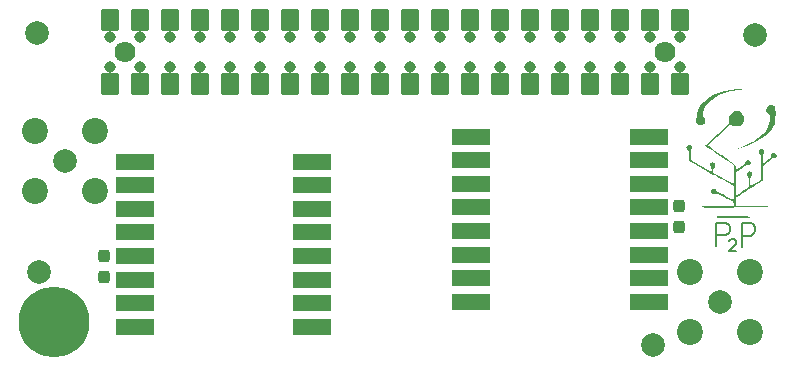
<source format=gbr>
%TF.GenerationSoftware,KiCad,Pcbnew,8.0.6*%
%TF.CreationDate,2024-10-20T18:51:53+08:00*%
%TF.ProjectId,RFM69HCW_v5,52464d36-3948-4435-975f-76352e6b6963,rev?*%
%TF.SameCoordinates,Original*%
%TF.FileFunction,Soldermask,Top*%
%TF.FilePolarity,Negative*%
%FSLAX46Y46*%
G04 Gerber Fmt 4.6, Leading zero omitted, Abs format (unit mm)*
G04 Created by KiCad (PCBNEW 8.0.6) date 2024-10-20 18:51:53*
%MOMM*%
%LPD*%
G01*
G04 APERTURE LIST*
G04 Aperture macros list*
%AMRoundRect*
0 Rectangle with rounded corners*
0 $1 Rounding radius*
0 $2 $3 $4 $5 $6 $7 $8 $9 X,Y pos of 4 corners*
0 Add a 4 corners polygon primitive as box body*
4,1,4,$2,$3,$4,$5,$6,$7,$8,$9,$2,$3,0*
0 Add four circle primitives for the rounded corners*
1,1,$1+$1,$2,$3*
1,1,$1+$1,$4,$5*
1,1,$1+$1,$6,$7*
1,1,$1+$1,$8,$9*
0 Add four rect primitives between the rounded corners*
20,1,$1+$1,$2,$3,$4,$5,0*
20,1,$1+$1,$4,$5,$6,$7,0*
20,1,$1+$1,$6,$7,$8,$9,0*
20,1,$1+$1,$8,$9,$2,$3,0*%
G04 Aperture macros list end*
%ADD10C,0.200000*%
%ADD11C,0.000000*%
%ADD12RoundRect,0.102000X1.500000X0.600000X-1.500000X0.600000X-1.500000X-0.600000X1.500000X-0.600000X0*%
%ADD13C,2.000000*%
%ADD14C,6.000000*%
%ADD15RoundRect,0.102000X0.635000X0.840000X-0.635000X0.840000X-0.635000X-0.840000X0.635000X-0.840000X0*%
%ADD16C,0.970000*%
%ADD17C,1.780000*%
%ADD18C,2.200000*%
%ADD19RoundRect,0.102000X-1.500000X-0.600000X1.500000X-0.600000X1.500000X0.600000X-1.500000X0.600000X0*%
%ADD20RoundRect,0.237500X-0.237500X0.287500X-0.237500X-0.287500X0.237500X-0.287500X0.237500X0.287500X0*%
G04 APERTURE END LIST*
D10*
X192062054Y-96062457D02*
X192109673Y-96014838D01*
X192109673Y-96014838D02*
X192204911Y-95967219D01*
X192204911Y-95967219D02*
X192443006Y-95967219D01*
X192443006Y-95967219D02*
X192538244Y-96014838D01*
X192538244Y-96014838D02*
X192585863Y-96062457D01*
X192585863Y-96062457D02*
X192633482Y-96157695D01*
X192633482Y-96157695D02*
X192633482Y-96252933D01*
X192633482Y-96252933D02*
X192585863Y-96395790D01*
X192585863Y-96395790D02*
X192014435Y-96967219D01*
X192014435Y-96967219D02*
X192633482Y-96967219D01*
X193087768Y-96594838D02*
X193087768Y-94594838D01*
X193087768Y-94594838D02*
X193849673Y-94594838D01*
X193849673Y-94594838D02*
X194040149Y-94690076D01*
X194040149Y-94690076D02*
X194135387Y-94785314D01*
X194135387Y-94785314D02*
X194230625Y-94975790D01*
X194230625Y-94975790D02*
X194230625Y-95261504D01*
X194230625Y-95261504D02*
X194135387Y-95451980D01*
X194135387Y-95451980D02*
X194040149Y-95547219D01*
X194040149Y-95547219D02*
X193849673Y-95642457D01*
X193849673Y-95642457D02*
X193087768Y-95642457D01*
X190957768Y-96564838D02*
X190957768Y-94564838D01*
X190957768Y-94564838D02*
X191719673Y-94564838D01*
X191719673Y-94564838D02*
X191910149Y-94660076D01*
X191910149Y-94660076D02*
X192005387Y-94755314D01*
X192005387Y-94755314D02*
X192100625Y-94945790D01*
X192100625Y-94945790D02*
X192100625Y-95231504D01*
X192100625Y-95231504D02*
X192005387Y-95421980D01*
X192005387Y-95421980D02*
X191910149Y-95517219D01*
X191910149Y-95517219D02*
X191719673Y-95612457D01*
X191719673Y-95612457D02*
X190957768Y-95612457D01*
D11*
%TO.C,G\u002A\u002A\u002A*%
G36*
X192696080Y-88297812D02*
G01*
X192678040Y-88315852D01*
X192660000Y-88297812D01*
X192678040Y-88279772D01*
X192696080Y-88297812D01*
G37*
G36*
X191898627Y-94005141D02*
G01*
X192182821Y-94006390D01*
X192470582Y-94008273D01*
X192812072Y-94010978D01*
X193088313Y-94013683D01*
X193306215Y-94016811D01*
X193472689Y-94020786D01*
X193594642Y-94026033D01*
X193678986Y-94032977D01*
X193732628Y-94042040D01*
X193762480Y-94053649D01*
X193775450Y-94068226D01*
X193778448Y-94086197D01*
X193778466Y-94088579D01*
X193776194Y-94106981D01*
X193764772Y-94121940D01*
X193737289Y-94133879D01*
X193686838Y-94143223D01*
X193606507Y-94150397D01*
X193489388Y-94155823D01*
X193328571Y-94159928D01*
X193117146Y-94163134D01*
X192848204Y-94165867D01*
X192514835Y-94168550D01*
X192470582Y-94168885D01*
X192167265Y-94170853D01*
X191884365Y-94172062D01*
X191630581Y-94172524D01*
X191414614Y-94172249D01*
X191245162Y-94171247D01*
X191130926Y-94169529D01*
X191081520Y-94167249D01*
X191013887Y-94131926D01*
X191000341Y-94088579D01*
X191031435Y-94028226D01*
X191081520Y-94009910D01*
X191135428Y-94007521D01*
X191252792Y-94005840D01*
X191424914Y-94004876D01*
X191643092Y-94004640D01*
X191898627Y-94005141D01*
G37*
G36*
X193415856Y-83209381D02*
G01*
X193425753Y-83211748D01*
X193399631Y-83214149D01*
X192757000Y-83284774D01*
X192169154Y-83401390D01*
X191635002Y-83564329D01*
X191153451Y-83773922D01*
X190729744Y-84026126D01*
X190558203Y-84147588D01*
X190429464Y-84248530D01*
X190324593Y-84345790D01*
X190224655Y-84456204D01*
X190165754Y-84527618D01*
X190002970Y-84764240D01*
X189886393Y-85008529D01*
X189824364Y-85242251D01*
X189819358Y-85284793D01*
X189811960Y-85404538D01*
X189822779Y-85481243D01*
X189860327Y-85543371D01*
X189913591Y-85599972D01*
X189984609Y-85683070D01*
X190017710Y-85766601D01*
X190026178Y-85885123D01*
X190026193Y-85892972D01*
X190018418Y-86015232D01*
X189986732Y-86099982D01*
X189919501Y-86180061D01*
X189776320Y-86278214D01*
X189613453Y-86307015D01*
X189505410Y-86290315D01*
X189360509Y-86218650D01*
X189264331Y-86101337D01*
X189222498Y-85950606D01*
X189240634Y-85778683D01*
X189252676Y-85740784D01*
X189285472Y-85618022D01*
X189311840Y-85465797D01*
X189321435Y-85375369D01*
X189372041Y-85077774D01*
X189481293Y-84802888D01*
X189653785Y-84541802D01*
X189873466Y-84305008D01*
X190227767Y-84016884D01*
X190637643Y-83770171D01*
X191098503Y-83566443D01*
X191605755Y-83407275D01*
X192154809Y-83294240D01*
X192741074Y-83228912D01*
X193054601Y-83214429D01*
X193222840Y-83210727D01*
X193345739Y-83209043D01*
X193415856Y-83209381D01*
G37*
G36*
X195734135Y-84610979D02*
G01*
X195740676Y-84613649D01*
X195821032Y-84651846D01*
X195880448Y-84696832D01*
X195921878Y-84759285D01*
X195948279Y-84849886D01*
X195962606Y-84979313D01*
X195967814Y-85158245D01*
X195966861Y-85397362D01*
X195966486Y-85429488D01*
X195963337Y-85650930D01*
X195958695Y-85814702D01*
X195950510Y-85935292D01*
X195936728Y-86027187D01*
X195915297Y-86104874D01*
X195884166Y-86182841D01*
X195848937Y-86259318D01*
X195652336Y-86596021D01*
X195389229Y-86915912D01*
X195063936Y-87216000D01*
X194680775Y-87493294D01*
X194244064Y-87744803D01*
X193758122Y-87967535D01*
X193227266Y-88158501D01*
X193015243Y-88221952D01*
X192883485Y-88258338D01*
X192808545Y-88275155D01*
X192778127Y-88273569D01*
X192779931Y-88254750D01*
X192786278Y-88243693D01*
X192836137Y-88215509D01*
X192894517Y-88207613D01*
X192970068Y-88193994D01*
X193002756Y-88171534D01*
X193054930Y-88138403D01*
X193077437Y-88135454D01*
X193150186Y-88118328D01*
X193272630Y-88071081D01*
X193432109Y-87999906D01*
X193615965Y-87910999D01*
X193811536Y-87810554D01*
X194006165Y-87704767D01*
X194187192Y-87599832D01*
X194247500Y-87562892D01*
X194442251Y-87424954D01*
X194656800Y-87244583D01*
X194870532Y-87039126D01*
X194873547Y-87036024D01*
X195121784Y-86753117D01*
X195305259Y-86478443D01*
X195428759Y-86201002D01*
X195497070Y-85909791D01*
X195514981Y-85593812D01*
X195514278Y-85563570D01*
X195500048Y-85463184D01*
X195451259Y-85397324D01*
X195389706Y-85355912D01*
X195266985Y-85250715D01*
X195200977Y-85108863D01*
X195185568Y-84963622D01*
X195217448Y-84811531D01*
X195303150Y-84690824D01*
X195427769Y-84610898D01*
X195576399Y-84581151D01*
X195734135Y-84610979D01*
G37*
G36*
X192869358Y-85136451D02*
G01*
X193032965Y-85217620D01*
X193168331Y-85342366D01*
X193263826Y-85506411D01*
X193307819Y-85705475D01*
X193309432Y-85754204D01*
X193278114Y-85963059D01*
X193182095Y-86142670D01*
X193081060Y-86249082D01*
X192917215Y-86349708D01*
X192727298Y-86398225D01*
X192532284Y-86393413D01*
X192353146Y-86334055D01*
X192290922Y-86294979D01*
X192215843Y-86246269D01*
X192167180Y-86241383D01*
X192125083Y-86269416D01*
X191896959Y-86468637D01*
X191661951Y-86676248D01*
X191426268Y-86886549D01*
X191196118Y-87093843D01*
X190977709Y-87292430D01*
X190777247Y-87476613D01*
X190600943Y-87640693D01*
X190455002Y-87778971D01*
X190345633Y-87885748D01*
X190279044Y-87955328D01*
X190260710Y-87980815D01*
X190289426Y-88012636D01*
X190371324Y-88080477D01*
X190500030Y-88179617D01*
X190669171Y-88305332D01*
X190872373Y-88452900D01*
X191103262Y-88617598D01*
X191355465Y-88794703D01*
X191415256Y-88836306D01*
X192569801Y-89638280D01*
X192580470Y-89879055D01*
X192588059Y-90000256D01*
X192597711Y-90086743D01*
X192607337Y-90119829D01*
X192607357Y-90119829D01*
X192641089Y-90099941D01*
X192721583Y-90045610D01*
X192837242Y-89964840D01*
X192976473Y-89865633D01*
X192995016Y-89852291D01*
X193150414Y-89738845D01*
X193257003Y-89655230D01*
X193325404Y-89590354D01*
X193366241Y-89533127D01*
X193390138Y-89472459D01*
X193401083Y-89428357D01*
X193455960Y-89292545D01*
X193542820Y-89214641D01*
X193653301Y-89199808D01*
X193730702Y-89224892D01*
X193830400Y-89303877D01*
X193872643Y-89403090D01*
X193862064Y-89505986D01*
X193803296Y-89596021D01*
X193700970Y-89656651D01*
X193605304Y-89672752D01*
X193536796Y-89680543D01*
X193463271Y-89704519D01*
X193372649Y-89751177D01*
X193252849Y-89827012D01*
X193091791Y-89938523D01*
X193031995Y-89981067D01*
X192605881Y-90285464D01*
X192596281Y-91266993D01*
X192594343Y-91524659D01*
X192593714Y-91757032D01*
X192594327Y-91954851D01*
X192596118Y-92108857D01*
X192599019Y-92209790D01*
X192602967Y-92248391D01*
X192603237Y-92248522D01*
X192642428Y-92229709D01*
X192729306Y-92178534D01*
X192851678Y-92102895D01*
X192997346Y-92010691D01*
X193154115Y-91909818D01*
X193309790Y-91808174D01*
X193452175Y-91713658D01*
X193569073Y-91634167D01*
X193648290Y-91577600D01*
X193677121Y-91553092D01*
X193688778Y-91500365D01*
X193698183Y-91392679D01*
X193704184Y-91247224D01*
X193705754Y-91125902D01*
X193704103Y-90946992D01*
X193696973Y-90824237D01*
X193682023Y-90741700D01*
X193656910Y-90683446D01*
X193636384Y-90654021D01*
X193556786Y-90519581D01*
X193544857Y-90400210D01*
X193598647Y-90289645D01*
X193699650Y-90207997D01*
X193811172Y-90193902D01*
X193918369Y-90247361D01*
X193958284Y-90289645D01*
X194013508Y-90407586D01*
X193998012Y-90525436D01*
X193912895Y-90636113D01*
X193903240Y-90644338D01*
X193859723Y-90686230D01*
X193833555Y-90735204D01*
X193820609Y-90809395D01*
X193816761Y-90926941D01*
X193817081Y-91023173D01*
X193818938Y-91197542D01*
X193827195Y-91316919D01*
X193850938Y-91384206D01*
X193899253Y-91402306D01*
X193981226Y-91374119D01*
X194105943Y-91302548D01*
X194282489Y-91190495D01*
X194301986Y-91178042D01*
X194458858Y-91076663D01*
X194593462Y-90987322D01*
X194694205Y-90917895D01*
X194749491Y-90876256D01*
X194755945Y-90869723D01*
X194760956Y-90826530D01*
X194764385Y-90720768D01*
X194766186Y-90562011D01*
X194766311Y-90359831D01*
X194764715Y-90123803D01*
X194761351Y-89863500D01*
X194760945Y-89838268D01*
X194755931Y-89543508D01*
X194751166Y-89312248D01*
X194745879Y-89135835D01*
X194739296Y-89005618D01*
X194730646Y-88912942D01*
X194719155Y-88849158D01*
X194704052Y-88805611D01*
X194684564Y-88773650D01*
X194663684Y-88748806D01*
X194600137Y-88666654D01*
X194560533Y-88595322D01*
X194560433Y-88595041D01*
X194558970Y-88495210D01*
X194609662Y-88399739D01*
X194693992Y-88327135D01*
X194793443Y-88295902D01*
X194851405Y-88304264D01*
X194970647Y-88377037D01*
X195032113Y-88480747D01*
X195031749Y-88599724D01*
X194965500Y-88718301D01*
X194960071Y-88724278D01*
X194923141Y-88769794D01*
X194900234Y-88820889D01*
X194888803Y-88894098D01*
X194886300Y-89005956D01*
X194890179Y-89172999D01*
X194890308Y-89177131D01*
X194897862Y-89329638D01*
X194909177Y-89450935D01*
X194922518Y-89525845D01*
X194932105Y-89542556D01*
X194969559Y-89519957D01*
X195048823Y-89458478D01*
X195158149Y-89367600D01*
X195281484Y-89260610D01*
X195422492Y-89133025D01*
X195515274Y-89040378D01*
X195568092Y-88972705D01*
X195589206Y-88920044D01*
X195589796Y-88888759D01*
X195608237Y-88778342D01*
X195675937Y-88679674D01*
X195772765Y-88616094D01*
X195835000Y-88604488D01*
X195941770Y-88635704D01*
X196026612Y-88714387D01*
X196071214Y-88818087D01*
X196069182Y-88891563D01*
X196015238Y-89010342D01*
X195920983Y-89071811D01*
X195808505Y-89083806D01*
X195735520Y-89088080D01*
X195666326Y-89111787D01*
X195584536Y-89164072D01*
X195473763Y-89254082D01*
X195420085Y-89300583D01*
X195287433Y-89418934D01*
X195157089Y-89539192D01*
X195051890Y-89640178D01*
X195028495Y-89663707D01*
X194889461Y-89806005D01*
X194902216Y-90364893D01*
X194914972Y-90923781D01*
X194824773Y-90988441D01*
X194767403Y-91027774D01*
X194663498Y-91097408D01*
X194526937Y-91188186D01*
X194371601Y-91290949D01*
X194211369Y-91396541D01*
X194060121Y-91495804D01*
X193931737Y-91579581D01*
X193840097Y-91638714D01*
X193817666Y-91652899D01*
X193769792Y-91682807D01*
X193671542Y-91744180D01*
X193533744Y-91830255D01*
X193367223Y-91934269D01*
X193192173Y-92043609D01*
X193012381Y-92157963D01*
X192855583Y-92261608D01*
X192731472Y-92347814D01*
X192649742Y-92409852D01*
X192620098Y-92440795D01*
X192616964Y-92494203D01*
X192611889Y-92600363D01*
X192605780Y-92739927D01*
X192603333Y-92798735D01*
X192590391Y-93114431D01*
X193942099Y-93114431D01*
X194289733Y-93114531D01*
X194572010Y-93115071D01*
X194795732Y-93116412D01*
X194967701Y-93118915D01*
X195094720Y-93122941D01*
X195183590Y-93128850D01*
X195241114Y-93137003D01*
X195274093Y-93147762D01*
X195289330Y-93161487D01*
X195293628Y-93178538D01*
X195293807Y-93186138D01*
X195292553Y-93199571D01*
X195285579Y-93211234D01*
X195268068Y-93221271D01*
X195235202Y-93229827D01*
X195182164Y-93237049D01*
X195104137Y-93243080D01*
X194996302Y-93248065D01*
X194853843Y-93252151D01*
X194671941Y-93255481D01*
X194445780Y-93258200D01*
X194170542Y-93260455D01*
X193841409Y-93262389D01*
X193453564Y-93264147D01*
X193002189Y-93265876D01*
X192596861Y-93267317D01*
X192160342Y-93268695D01*
X191743592Y-93269711D01*
X191352426Y-93270367D01*
X190992656Y-93270669D01*
X190670095Y-93270622D01*
X190390558Y-93270228D01*
X190159856Y-93269493D01*
X189983804Y-93268421D01*
X189868214Y-93267016D01*
X189818900Y-93265283D01*
X189818736Y-93265260D01*
X189750868Y-93229521D01*
X189737557Y-93184081D01*
X189763021Y-93126686D01*
X189818736Y-93113563D01*
X189872898Y-93113408D01*
X189990376Y-93113357D01*
X190162328Y-93113405D01*
X190379912Y-93113547D01*
X190634284Y-93113776D01*
X190916603Y-93114088D01*
X191171719Y-93114413D01*
X192443523Y-93116131D01*
X192443523Y-92973540D01*
X192431828Y-92869531D01*
X192402910Y-92793030D01*
X192394936Y-92783273D01*
X192349022Y-92753567D01*
X192248570Y-92697873D01*
X192103989Y-92621652D01*
X191925688Y-92530364D01*
X191724074Y-92429470D01*
X191664325Y-92399977D01*
X191437709Y-92288699D01*
X191266322Y-92205975D01*
X191140658Y-92148474D01*
X191051213Y-92112865D01*
X190988482Y-92095821D01*
X190942960Y-92094009D01*
X190905141Y-92104102D01*
X190868622Y-92121218D01*
X190742924Y-92153893D01*
X190636703Y-92128905D01*
X190559691Y-92060087D01*
X190521619Y-91961273D01*
X190532218Y-91846298D01*
X190596502Y-91734389D01*
X190679818Y-91684421D01*
X190784836Y-91680345D01*
X190888578Y-91714530D01*
X190968070Y-91779344D01*
X191000334Y-91867156D01*
X191000341Y-91868521D01*
X191032641Y-91903032D01*
X191126361Y-91963588D01*
X191276729Y-92047500D01*
X191478973Y-92152079D01*
X191676832Y-92249748D01*
X191880890Y-92348345D01*
X192063421Y-92435734D01*
X192214304Y-92507137D01*
X192323414Y-92557772D01*
X192380630Y-92582857D01*
X192385962Y-92584650D01*
X192398048Y-92552958D01*
X192410181Y-92461146D01*
X192421314Y-92321245D01*
X192430400Y-92145284D01*
X192434421Y-92027874D01*
X192450241Y-91464470D01*
X192347663Y-91393539D01*
X192282356Y-91352792D01*
X192166201Y-91284716D01*
X192010054Y-91195332D01*
X191824775Y-91090661D01*
X191621221Y-90976723D01*
X191410250Y-90859540D01*
X191202721Y-90745132D01*
X191009491Y-90639519D01*
X190841418Y-90548724D01*
X190709361Y-90478765D01*
X190624176Y-90435665D01*
X190603695Y-90426505D01*
X190539450Y-90395950D01*
X190426936Y-90337039D01*
X190280409Y-90257436D01*
X190114127Y-90164806D01*
X190061341Y-90134951D01*
X189854485Y-90017710D01*
X189613066Y-89881161D01*
X189365439Y-89741325D01*
X189139956Y-89614225D01*
X189115185Y-89600281D01*
X188619091Y-89321086D01*
X188619091Y-88892674D01*
X188617835Y-88706991D01*
X188612832Y-88580170D01*
X188602228Y-88498939D01*
X188584167Y-88450023D01*
X188556797Y-88420152D01*
X188552658Y-88417116D01*
X188481513Y-88346268D01*
X188444548Y-88291406D01*
X188422756Y-88183039D01*
X188457456Y-88077163D01*
X188535325Y-87994505D01*
X188643038Y-87955792D01*
X188660762Y-87955056D01*
X188775853Y-87984671D01*
X188859028Y-88060498D01*
X188902133Y-88163014D01*
X188897012Y-88272695D01*
X188835511Y-88370017D01*
X188834480Y-88370956D01*
X188802717Y-88405883D01*
X188782308Y-88451379D01*
X188771343Y-88521895D01*
X188767912Y-88631880D01*
X188770102Y-88795787D01*
X188771341Y-88848392D01*
X188781449Y-89259541D01*
X189642200Y-89743805D01*
X189869319Y-89870945D01*
X190076316Y-89985603D01*
X190254763Y-90083208D01*
X190396232Y-90159190D01*
X190492298Y-90208979D01*
X190534533Y-90228004D01*
X190535169Y-90228068D01*
X190555131Y-90195997D01*
X190566434Y-90115648D01*
X190567386Y-90079938D01*
X190542547Y-89931149D01*
X190477188Y-89824613D01*
X190403577Y-89708424D01*
X190397031Y-89606280D01*
X190457489Y-89505746D01*
X190475548Y-89486797D01*
X190583369Y-89412653D01*
X190689165Y-89410430D01*
X190796750Y-89480130D01*
X190803543Y-89486797D01*
X190877611Y-89594309D01*
X190879906Y-89699841D01*
X190810409Y-89807727D01*
X190801903Y-89816433D01*
X190747692Y-89883824D01*
X190720488Y-89963144D01*
X190712047Y-90081507D01*
X190711884Y-90112449D01*
X190712064Y-90318267D01*
X191388376Y-90696160D01*
X191602164Y-90815475D01*
X191807018Y-90929548D01*
X191990119Y-91031259D01*
X192138648Y-91113490D01*
X192239787Y-91169123D01*
X192254105Y-91176923D01*
X192443523Y-91279794D01*
X192443523Y-90489482D01*
X192443523Y-89699170D01*
X191303196Y-88908292D01*
X191046463Y-88730619D01*
X190806313Y-88565160D01*
X190589665Y-88416626D01*
X190403436Y-88289729D01*
X190254544Y-88189178D01*
X190149908Y-88119687D01*
X190096445Y-88085966D01*
X190093073Y-88084190D01*
X190041400Y-88039423D01*
X190033755Y-88005886D01*
X190062220Y-87972492D01*
X190138789Y-87896843D01*
X190257495Y-87784468D01*
X190412368Y-87640893D01*
X190597441Y-87471645D01*
X190806744Y-87282252D01*
X191034309Y-87078240D01*
X191066103Y-87049881D01*
X191332958Y-86811346D01*
X191550008Y-86615606D01*
X191721885Y-86458092D01*
X191853222Y-86334232D01*
X191948651Y-86239457D01*
X192012803Y-86169195D01*
X192050312Y-86118876D01*
X192065808Y-86083930D01*
X192065430Y-86063839D01*
X192016313Y-85813181D01*
X192030143Y-85596040D01*
X192107237Y-85410091D01*
X192165122Y-85333144D01*
X192325392Y-85197206D01*
X192503941Y-85121965D01*
X192689139Y-85103140D01*
X192869358Y-85136451D01*
G37*
%TD*%
D12*
%TO.C,REF\u002A\u002A*%
X156700000Y-103380000D03*
X156700000Y-101380000D03*
X156700000Y-99380000D03*
X156700000Y-97380000D03*
X156700000Y-93380000D03*
X156700000Y-89380000D03*
X141700000Y-97380000D03*
X141700000Y-91380000D03*
X141700000Y-89380000D03*
X141700000Y-99380000D03*
X141700000Y-101380000D03*
X141700000Y-103380000D03*
X141700000Y-93380000D03*
X141700000Y-95380000D03*
X156700000Y-91380000D03*
X156700000Y-95380000D03*
%TD*%
D13*
%TO.C,FID1*%
X133590000Y-98750000D03*
%TD*%
%TO.C,FID4*%
X194240000Y-78630000D03*
%TD*%
D14*
%TO.C,REF\u002A\u002A*%
X134910000Y-102950000D03*
D15*
X159930000Y-82840000D03*
X162470000Y-82840000D03*
X165010000Y-82840000D03*
X167550000Y-82840000D03*
D16*
X139610000Y-81390000D03*
X142150000Y-81390000D03*
X144690000Y-81390000D03*
X147230000Y-81390000D03*
X149770000Y-81390000D03*
X152310000Y-81390000D03*
X154850000Y-81390000D03*
X157390000Y-81390000D03*
X159930000Y-81390000D03*
X162470000Y-81390000D03*
X165010000Y-81390000D03*
X167550000Y-81390000D03*
X170090000Y-81390000D03*
X172630000Y-81390000D03*
X175170000Y-81390000D03*
X177710000Y-81390000D03*
X180250000Y-81390000D03*
X182790000Y-81390000D03*
X185330000Y-81390000D03*
X187870000Y-81390000D03*
D17*
X140880000Y-80120000D03*
X186600000Y-80120000D03*
D16*
X139610000Y-78850000D03*
X142150000Y-78850000D03*
X144690000Y-78850000D03*
X147230000Y-78850000D03*
X149770000Y-78850000D03*
X152310000Y-78850000D03*
X154850000Y-78850000D03*
X157390000Y-78850000D03*
X159930000Y-78850000D03*
X162470000Y-78850000D03*
X165010000Y-78850000D03*
X167550000Y-78850000D03*
X170090000Y-78850000D03*
X172630000Y-78850000D03*
X175170000Y-78850000D03*
X177710000Y-78850000D03*
X180250000Y-78850000D03*
X182790000Y-78850000D03*
X185330000Y-78850000D03*
X187870000Y-78850000D03*
D15*
X139610000Y-77400000D03*
X142150000Y-77400000D03*
X139610000Y-82840000D03*
X142150000Y-82840000D03*
X144690000Y-82840000D03*
X147230000Y-77400000D03*
X147230000Y-82840000D03*
X149770000Y-77400000D03*
X152310000Y-77400000D03*
X154850000Y-82840000D03*
X157390000Y-77400000D03*
X157390000Y-82840000D03*
X159930000Y-77400000D03*
X170090000Y-77400000D03*
X172630000Y-77400000D03*
X172630000Y-82840000D03*
X175170000Y-82840000D03*
X177710000Y-77400000D03*
X177710000Y-82840000D03*
X180250000Y-82840000D03*
X182790000Y-77400000D03*
X182790000Y-82840000D03*
X185330000Y-77400000D03*
X185330000Y-82840000D03*
X187870000Y-77400000D03*
X149770000Y-82840000D03*
X170090000Y-82840000D03*
X187870000Y-82840000D03*
X144690000Y-77400000D03*
X154850000Y-77400000D03*
X162470000Y-77400000D03*
X175170000Y-77400000D03*
X180250000Y-77400000D03*
X167550000Y-77400000D03*
X152310000Y-82840000D03*
X165010000Y-77400000D03*
%TD*%
D13*
%TO.C,FID2*%
X133400000Y-78530000D03*
%TD*%
%TO.C,REF\u002A\u002A*%
X135800000Y-89320000D03*
D18*
X138340000Y-91860000D03*
X133260000Y-86780000D03*
X133260000Y-91860000D03*
X138340000Y-86780000D03*
%TD*%
D13*
%TO.C,FID5*%
X185610000Y-104940000D03*
%TD*%
D19*
%TO.C,REF\u002A\u002A*%
X170220000Y-87260000D03*
X170220000Y-89260000D03*
X170220000Y-91260000D03*
X170220000Y-93260000D03*
X170220000Y-97260000D03*
X170220000Y-101260000D03*
X185220000Y-93260000D03*
X185220000Y-99260000D03*
X185220000Y-101260000D03*
X185220000Y-91260000D03*
X185220000Y-89260000D03*
X185220000Y-87260000D03*
X185220000Y-97260000D03*
X185220000Y-95260000D03*
X170220000Y-99260000D03*
X170220000Y-95260000D03*
%TD*%
D13*
%TO.C,REF\u002A\u002A*%
X191270000Y-101280000D03*
D18*
X188730000Y-98740000D03*
X193810000Y-103820000D03*
X193810000Y-98740000D03*
X188730000Y-103820000D03*
%TD*%
D20*
%TO.C,D1*%
X187810000Y-94927500D03*
X187810000Y-93177500D03*
%TD*%
%TO.C,D1*%
X139110000Y-99160000D03*
X139110000Y-97410000D03*
%TD*%
M02*

</source>
